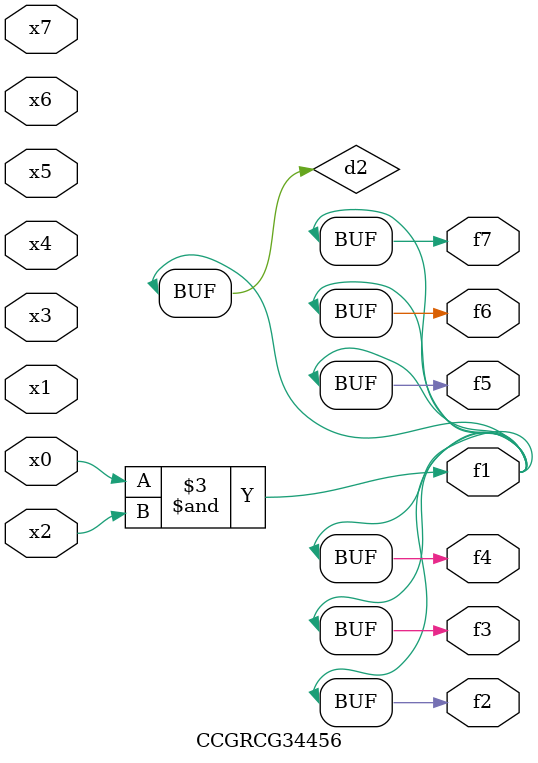
<source format=v>
module CCGRCG34456(
	input x0, x1, x2, x3, x4, x5, x6, x7,
	output f1, f2, f3, f4, f5, f6, f7
);

	wire d1, d2;

	nor (d1, x3, x6);
	and (d2, x0, x2);
	assign f1 = d2;
	assign f2 = d2;
	assign f3 = d2;
	assign f4 = d2;
	assign f5 = d2;
	assign f6 = d2;
	assign f7 = d2;
endmodule

</source>
